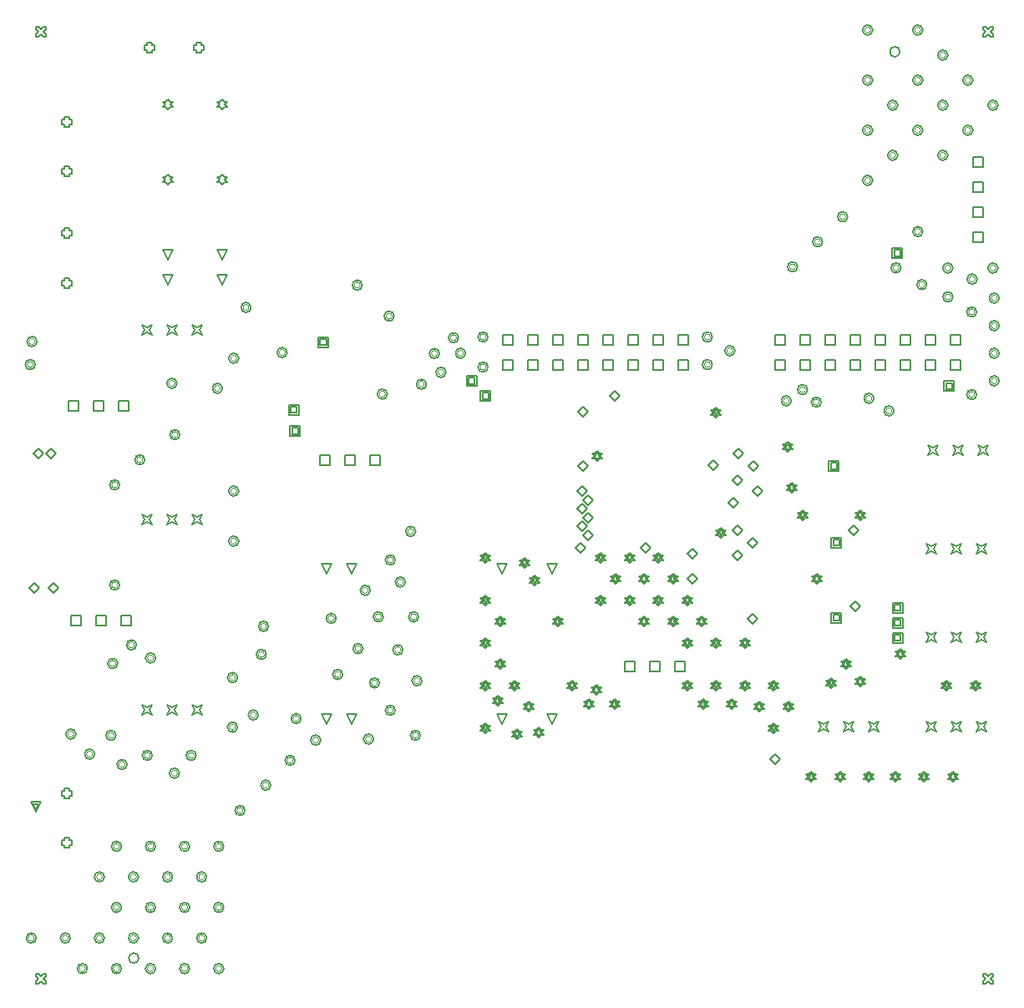
<source format=gbr>
G04 Layer_Color=2752767*
%FSLAX25Y25*%
%MOIN*%
%TF.FileFunction,Drawing*%
%TF.Part,Single*%
G01*
G75*
%TA.AperFunction,NonConductor*%
%ADD52C,0.00500*%
%ADD108C,0.00667*%
%ADD109C,0.00400*%
D52*
X38600Y206800D02*
Y210800D01*
X42600D01*
Y206800D01*
X38600D01*
X28600D02*
Y210800D01*
X32600D01*
Y206800D01*
X28600D01*
X18600D02*
Y210800D01*
X22600D01*
Y206800D01*
X18600D01*
X79979Y257300D02*
X77979Y261300D01*
X81979D01*
X79979Y257300D01*
Y267300D02*
X77979Y271300D01*
X81979D01*
X79979Y267300D01*
Y297300D02*
X80979Y298300D01*
X81979D01*
X80979Y299300D01*
X81979Y300300D01*
X80979D01*
X79979Y301300D01*
X78979Y300300D01*
X77979D01*
X78979Y299300D01*
X77979Y298300D01*
X78979D01*
X79979Y297300D01*
Y327300D02*
X80979Y328300D01*
X81979D01*
X80979Y329300D01*
X81979Y330300D01*
X80979D01*
X79979Y331300D01*
X78979Y330300D01*
X77979D01*
X78979Y329300D01*
X77979Y328300D01*
X78979D01*
X79979Y327300D01*
X58479Y257300D02*
X56479Y261300D01*
X60479D01*
X58479Y257300D01*
Y267300D02*
X56479Y271300D01*
X60479D01*
X58479Y267300D01*
Y297300D02*
X59479Y298300D01*
X60479D01*
X59479Y299300D01*
X60479Y300300D01*
X59479D01*
X58479Y301300D01*
X57479Y300300D01*
X56479D01*
X57479Y299300D01*
X56479Y298300D01*
X57479D01*
X58479Y297300D01*
Y327300D02*
X59479Y328300D01*
X60479D01*
X59479Y329300D01*
X60479Y330300D01*
X59479D01*
X58479Y331300D01*
X57479Y330300D01*
X56479D01*
X57479Y329300D01*
X56479Y328300D01*
X57479D01*
X58479Y327300D01*
X119000Y185200D02*
Y189200D01*
X123000D01*
Y185200D01*
X119000D01*
X139000D02*
Y189200D01*
X143000D01*
Y185200D01*
X139000D01*
X129000D02*
Y189200D01*
X133000D01*
Y185200D01*
X129000D01*
X19584Y121000D02*
Y125000D01*
X23584D01*
Y121000D01*
X19584D01*
X39584D02*
Y125000D01*
X43584D01*
Y121000D01*
X39584D01*
X29584D02*
Y125000D01*
X33584D01*
Y121000D01*
X29584D01*
X240600Y102800D02*
Y106800D01*
X244600D01*
Y102800D01*
X240600D01*
X260600D02*
Y106800D01*
X264600D01*
Y102800D01*
X260600D01*
X250600D02*
Y106800D01*
X254600D01*
Y102800D01*
X250600D01*
X131700Y81700D02*
X129700Y85700D01*
X133700D01*
X131700Y81700D01*
X191700D02*
X189700Y85700D01*
X193700D01*
X191700Y81700D01*
X211700D02*
X209700Y85700D01*
X213700D01*
X211700Y81700D01*
X121700D02*
X119700Y85700D01*
X123700D01*
X121700Y81700D01*
Y141700D02*
X119700Y145700D01*
X123700D01*
X121700Y141700D01*
X131700D02*
X129700Y145700D01*
X133700D01*
X131700Y141700D01*
X191700D02*
X189700Y145700D01*
X193700D01*
X191700Y141700D01*
X211700D02*
X209700Y145700D01*
X213700D01*
X211700Y141700D01*
X300600Y233300D02*
Y237300D01*
X304600D01*
Y233300D01*
X300600D01*
X330600D02*
Y237300D01*
X334600D01*
Y233300D01*
X330600D01*
X340600D02*
Y237300D01*
X344600D01*
Y233300D01*
X340600D01*
X350600D02*
Y237300D01*
X354600D01*
Y233300D01*
X350600D01*
X360600D02*
Y237300D01*
X364600D01*
Y233300D01*
X360600D01*
X370600D02*
Y237300D01*
X374600D01*
Y233300D01*
X370600D01*
X310600D02*
Y237300D01*
X314600D01*
Y233300D01*
X310600D01*
X320600D02*
Y237300D01*
X324600D01*
Y233300D01*
X320600D01*
X379600Y304300D02*
Y308300D01*
X383600D01*
Y304300D01*
X379600D01*
Y294300D02*
Y298300D01*
X383600D01*
Y294300D01*
X379600D01*
Y284300D02*
Y288300D01*
X383600D01*
Y284300D01*
X379600D01*
Y274300D02*
Y278300D01*
X383600D01*
Y274300D01*
X379600D01*
X300600Y223300D02*
Y227300D01*
X304600D01*
Y223300D01*
X300600D01*
X330600D02*
Y227300D01*
X334600D01*
Y223300D01*
X330600D01*
X340600D02*
Y227300D01*
X344600D01*
Y223300D01*
X340600D01*
X350600D02*
Y227300D01*
X354600D01*
Y223300D01*
X350600D01*
X360600D02*
Y227300D01*
X364600D01*
Y223300D01*
X360600D01*
X370600D02*
Y227300D01*
X374600D01*
Y223300D01*
X370600D01*
X310600D02*
Y227300D01*
X314600D01*
Y223300D01*
X310600D01*
X320600D02*
Y227300D01*
X324600D01*
Y223300D01*
X320600D01*
X192100D02*
Y227300D01*
X196100D01*
Y223300D01*
X192100D01*
X222100D02*
Y227300D01*
X226100D01*
Y223300D01*
X222100D01*
X232100D02*
Y227300D01*
X236100D01*
Y223300D01*
X232100D01*
X242100D02*
Y227300D01*
X246100D01*
Y223300D01*
X242100D01*
X252100D02*
Y227300D01*
X256100D01*
Y223300D01*
X252100D01*
X262100D02*
Y227300D01*
X266100D01*
Y223300D01*
X262100D01*
X202100D02*
Y227300D01*
X206100D01*
Y223300D01*
X202100D01*
X212100D02*
Y227300D01*
X216100D01*
Y223300D01*
X212100D01*
X192100Y233300D02*
Y237300D01*
X196100D01*
Y233300D01*
X192100D01*
X222100D02*
Y237300D01*
X226100D01*
Y233300D01*
X222100D01*
X232100D02*
Y237300D01*
X236100D01*
Y233300D01*
X232100D01*
X242100D02*
Y237300D01*
X246100D01*
Y233300D01*
X242100D01*
X252100D02*
Y237300D01*
X256100D01*
Y233300D01*
X252100D01*
X262100D02*
Y237300D01*
X266100D01*
Y233300D01*
X262100D01*
X202100D02*
Y237300D01*
X206100D01*
Y233300D01*
X202100D01*
X212100D02*
Y237300D01*
X216100D01*
Y233300D01*
X212100D01*
X381100Y114341D02*
X382100Y116341D01*
X381100Y118341D01*
X383100Y117341D01*
X385100Y118341D01*
X384100Y116341D01*
X385100Y114341D01*
X383100Y115341D01*
X381100Y114341D01*
X371100D02*
X372100Y116341D01*
X371100Y118341D01*
X373100Y117341D01*
X375100Y118341D01*
X374100Y116341D01*
X375100Y114341D01*
X373100Y115341D01*
X371100Y114341D01*
X361100D02*
X362100Y116341D01*
X361100Y118341D01*
X363100Y117341D01*
X365100Y118341D01*
X364100Y116341D01*
X365100Y114341D01*
X363100Y115341D01*
X361100Y114341D01*
X381100Y78800D02*
X382100Y80800D01*
X381100Y82800D01*
X383100Y81800D01*
X385100Y82800D01*
X384100Y80800D01*
X385100Y78800D01*
X383100Y79800D01*
X381100Y78800D01*
X371100D02*
X372100Y80800D01*
X371100Y82800D01*
X373100Y81800D01*
X375100Y82800D01*
X374100Y80800D01*
X375100Y78800D01*
X373100Y79800D01*
X371100Y78800D01*
X361100D02*
X362100Y80800D01*
X361100Y82800D01*
X363100Y81800D01*
X365100Y82800D01*
X364100Y80800D01*
X365100Y78800D01*
X363100Y79800D01*
X361100Y78800D01*
X338100Y78800D02*
X339100Y80800D01*
X338100Y82800D01*
X340100Y81800D01*
X342100Y82800D01*
X341100Y80800D01*
X342100Y78800D01*
X340100Y79800D01*
X338100Y78800D01*
X328100D02*
X329100Y80800D01*
X328100Y82800D01*
X330100Y81800D01*
X332100Y82800D01*
X331100Y80800D01*
X332100Y78800D01*
X330100Y79800D01*
X328100Y78800D01*
X318100D02*
X319100Y80800D01*
X318100Y82800D01*
X320100Y81800D01*
X322100Y82800D01*
X321100Y80800D01*
X322100Y78800D01*
X320100Y79800D01*
X318100Y78800D01*
X361100Y149800D02*
X362100Y151800D01*
X361100Y153800D01*
X363100Y152800D01*
X365100Y153800D01*
X364100Y151800D01*
X365100Y149800D01*
X363100Y150800D01*
X361100Y149800D01*
X371100D02*
X372100Y151800D01*
X371100Y153800D01*
X373100Y152800D01*
X375100Y153800D01*
X374100Y151800D01*
X375100Y149800D01*
X373100Y150800D01*
X371100Y149800D01*
X381100D02*
X382100Y151800D01*
X381100Y153800D01*
X383100Y152800D01*
X385100Y153800D01*
X384100Y151800D01*
X385100Y149800D01*
X383100Y150800D01*
X381100Y149800D01*
X381700Y189300D02*
X382700Y191300D01*
X381700Y193300D01*
X383700Y192300D01*
X385700Y193300D01*
X384700Y191300D01*
X385700Y189300D01*
X383700Y190300D01*
X381700Y189300D01*
X371700D02*
X372700Y191300D01*
X371700Y193300D01*
X373700Y192300D01*
X375700Y193300D01*
X374700Y191300D01*
X375700Y189300D01*
X373700Y190300D01*
X371700Y189300D01*
X361700D02*
X362700Y191300D01*
X361700Y193300D01*
X363700Y192300D01*
X365700Y193300D01*
X364700Y191300D01*
X365700Y189300D01*
X363700Y190300D01*
X361700Y189300D01*
X68100Y85400D02*
X69100Y87400D01*
X68100Y89400D01*
X70100Y88400D01*
X72100Y89400D01*
X71100Y87400D01*
X72100Y85400D01*
X70100Y86400D01*
X68100Y85400D01*
X58100D02*
X59100Y87400D01*
X58100Y89400D01*
X60100Y88400D01*
X62100Y89400D01*
X61100Y87400D01*
X62100Y85400D01*
X60100Y86400D01*
X58100Y85400D01*
X48100D02*
X49100Y87400D01*
X48100Y89400D01*
X50100Y88400D01*
X52100Y89400D01*
X51100Y87400D01*
X52100Y85400D01*
X50100Y86400D01*
X48100Y85400D01*
X68100Y161350D02*
X69100Y163350D01*
X68100Y165350D01*
X70100Y164350D01*
X72100Y165350D01*
X71100Y163350D01*
X72100Y161350D01*
X70100Y162350D01*
X68100Y161350D01*
X58100D02*
X59100Y163350D01*
X58100Y165350D01*
X60100Y164350D01*
X62100Y165350D01*
X61100Y163350D01*
X62100Y161350D01*
X60100Y162350D01*
X58100Y161350D01*
X48100D02*
X49100Y163350D01*
X48100Y165350D01*
X50100Y164350D01*
X52100Y165350D01*
X51100Y163350D01*
X52100Y161350D01*
X50100Y162350D01*
X48100Y161350D01*
X68100Y237300D02*
X69100Y239300D01*
X68100Y241300D01*
X70100Y240300D01*
X72100Y241300D01*
X71100Y239300D01*
X72100Y237300D01*
X70100Y238300D01*
X68100Y237300D01*
X58100D02*
X59100Y239300D01*
X58100Y241300D01*
X60100Y240300D01*
X62100Y241300D01*
X61100Y239300D01*
X62100Y237300D01*
X60100Y238300D01*
X58100Y237300D01*
X48100D02*
X49100Y239300D01*
X48100Y241300D01*
X50100Y240300D01*
X52100Y241300D01*
X51100Y239300D01*
X52100Y237300D01*
X50100Y238300D01*
X48100Y237300D01*
X16867Y256958D02*
Y255958D01*
X18867D01*
Y256958D01*
X19866D01*
Y258958D01*
X18867D01*
Y259958D01*
X16867D01*
Y258958D01*
X15867D01*
Y256958D01*
X16867D01*
Y276642D02*
Y275642D01*
X18867D01*
Y276642D01*
X19866D01*
Y278643D01*
X18867D01*
Y279643D01*
X16867D01*
Y278643D01*
X15867D01*
Y276642D01*
X16867D01*
Y301458D02*
Y300458D01*
X18867D01*
Y301458D01*
X19866D01*
Y303457D01*
X18867D01*
Y304457D01*
X16867D01*
Y303457D01*
X15867D01*
Y301458D01*
X16867D01*
Y321143D02*
Y320143D01*
X18867D01*
Y321143D01*
X19866D01*
Y323143D01*
X18867D01*
Y324143D01*
X16867D01*
Y323143D01*
X15867D01*
Y321143D01*
X16867D01*
X69655Y350800D02*
Y349800D01*
X71655D01*
Y350800D01*
X72655D01*
Y352800D01*
X71655D01*
Y353800D01*
X69655D01*
Y352800D01*
X68655D01*
Y350800D01*
X69655D01*
X49970D02*
Y349800D01*
X51970D01*
Y350800D01*
X52970D01*
Y352800D01*
X51970D01*
Y353800D01*
X49970D01*
Y352800D01*
X48970D01*
Y350800D01*
X49970D01*
X17100Y53242D02*
Y52242D01*
X19100D01*
Y53242D01*
X20100D01*
Y55243D01*
X19100D01*
Y56243D01*
X17100D01*
Y55243D01*
X16100D01*
Y53242D01*
X17100D01*
Y33558D02*
Y32557D01*
X19100D01*
Y33558D01*
X20100D01*
Y35557D01*
X19100D01*
Y36557D01*
X17100D01*
Y35557D01*
X16100D01*
Y33558D01*
X17100D01*
X5600Y-21700D02*
X6600D01*
X7600Y-20700D01*
X8600Y-21700D01*
X9600D01*
Y-20700D01*
X8600Y-19700D01*
X9600Y-18700D01*
Y-17700D01*
X8600D01*
X7600Y-18700D01*
X6600Y-17700D01*
X5600D01*
Y-18700D01*
X6600Y-19700D01*
X5600Y-20700D01*
Y-21700D01*
X383553D02*
X384553D01*
X385553Y-20700D01*
X386553Y-21700D01*
X387553D01*
Y-20700D01*
X386553Y-19700D01*
X387553Y-18700D01*
Y-17700D01*
X386553D01*
X385553Y-18700D01*
X384553Y-17700D01*
X383553D01*
Y-18700D01*
X384553Y-19700D01*
X383553Y-20700D01*
Y-21700D01*
Y356253D02*
X384553D01*
X385553Y357253D01*
X386553Y356253D01*
X387553D01*
Y357253D01*
X386553Y358253D01*
X387553Y359253D01*
Y360253D01*
X386553D01*
X385553Y359253D01*
X384553Y360253D01*
X383553D01*
Y359253D01*
X384553Y358253D01*
X383553Y357253D01*
Y356253D01*
X5600D02*
X6600D01*
X7600Y357253D01*
X8600Y356253D01*
X9600D01*
Y357253D01*
X8600Y358253D01*
X9600Y359253D01*
Y360253D01*
X8600D01*
X7600Y359253D01*
X6600Y360253D01*
X5600D01*
Y359253D01*
X6600Y358253D01*
X5600Y357253D01*
Y356253D01*
X10600Y136300D02*
X12600Y138300D01*
X14600Y136300D01*
X12600Y134300D01*
X10600Y136300D01*
X3100D02*
X5100Y138300D01*
X7100Y136300D01*
X5100Y134300D01*
X3100Y136300D01*
X118318Y232250D02*
Y236250D01*
X122318D01*
Y232250D01*
X118318D01*
X119118Y233050D02*
Y235450D01*
X121519D01*
Y233050D01*
X119118D01*
X347400Y267800D02*
Y271800D01*
X351400D01*
Y267800D01*
X347400D01*
X348200Y268600D02*
Y271000D01*
X350600D01*
Y268600D01*
X348200D01*
X5600Y46700D02*
X3600Y50700D01*
X7600D01*
X5600Y46700D01*
Y47500D02*
X4400Y49900D01*
X6800D01*
X5600Y47500D01*
X9600Y189800D02*
X11600Y191800D01*
X13600Y189800D01*
X11600Y187800D01*
X9600Y189800D01*
X4600D02*
X6600Y191800D01*
X8600Y189800D01*
X6600Y187800D01*
X4600Y189800D01*
X106600Y205300D02*
Y209300D01*
X110600D01*
Y205300D01*
X106600D01*
X107400Y206100D02*
Y208500D01*
X109800D01*
Y206100D01*
X107400D01*
X347600Y114300D02*
Y118300D01*
X351600D01*
Y114300D01*
X347600D01*
X348400Y115100D02*
Y117500D01*
X350800D01*
Y115100D01*
X348400D01*
X347600Y126300D02*
Y130300D01*
X351600D01*
Y126300D01*
X347600D01*
X348400Y127100D02*
Y129500D01*
X350800D01*
Y127100D01*
X348400D01*
X322100Y182800D02*
Y186800D01*
X326100D01*
Y182800D01*
X322100D01*
X322900Y183600D02*
Y186000D01*
X325300D01*
Y183600D01*
X322900D01*
X323100Y152300D02*
Y156300D01*
X327100D01*
Y152300D01*
X323100D01*
X323900Y153100D02*
Y155500D01*
X326300D01*
Y153100D01*
X323900D01*
X330100Y159300D02*
X332100Y161300D01*
X334100Y159300D01*
X332100Y157300D01*
X330100Y159300D01*
X330600Y128800D02*
X332600Y130800D01*
X334600Y128800D01*
X332600Y126800D01*
X330600Y128800D01*
X323100Y122300D02*
Y126300D01*
X327100D01*
Y122300D01*
X323100D01*
X323900Y123100D02*
Y125500D01*
X326300D01*
Y123100D01*
X323900D01*
X221600Y174800D02*
X223600Y176800D01*
X225600Y174800D01*
X223600Y172800D01*
X221600Y174800D01*
Y167800D02*
X223600Y169800D01*
X225600Y167800D01*
X223600Y165800D01*
X221600Y167800D01*
X224100Y171300D02*
X226100Y173300D01*
X228100Y171300D01*
X226100Y169300D01*
X224100Y171300D01*
Y164300D02*
X226100Y166300D01*
X228100Y164300D01*
X226100Y162300D01*
X224100Y164300D01*
X221600Y160658D02*
X223600Y162658D01*
X225600Y160658D01*
X223600Y158658D01*
X221600Y160658D01*
X224100Y157122D02*
X226100Y159122D01*
X228100Y157122D01*
X226100Y155122D01*
X224100Y157122D01*
X291600Y174800D02*
X293600Y176800D01*
X295600Y174800D01*
X293600Y172800D01*
X291600Y174800D01*
X282100Y170264D02*
X284100Y172265D01*
X286100Y170264D01*
X284100Y168264D01*
X282100Y170264D01*
X283600Y179300D02*
X285600Y181300D01*
X287600Y179300D01*
X285600Y177300D01*
X283600Y179300D01*
X284100Y189800D02*
X286100Y191800D01*
X288100Y189800D01*
X286100Y187800D01*
X284100Y189800D01*
X283600Y159300D02*
X285600Y161300D01*
X287600Y159300D01*
X285600Y157300D01*
X283600Y159300D01*
Y149300D02*
X285600Y151300D01*
X287600Y149300D01*
X285600Y147300D01*
X283600Y149300D01*
X265600Y149800D02*
X267600Y151800D01*
X269600Y149800D01*
X267600Y147800D01*
X265600Y149800D01*
Y139800D02*
X267600Y141800D01*
X269600Y139800D01*
X267600Y137800D01*
X265600Y139800D01*
X289600Y123800D02*
X291600Y125800D01*
X293600Y123800D01*
X291600Y121800D01*
X289600Y123800D01*
Y154300D02*
X291600Y156300D01*
X293600Y154300D01*
X291600Y152300D01*
X289600Y154300D01*
X290100Y184800D02*
X292100Y186800D01*
X294100Y184800D01*
X292100Y182800D01*
X290100Y184800D01*
X298600Y67800D02*
X300600Y69800D01*
X302600Y67800D01*
X300600Y65800D01*
X298600Y67800D01*
X222100Y184800D02*
X224100Y186800D01*
X226100Y184800D01*
X224100Y182800D01*
X222100Y184800D01*
X274100Y185300D02*
X276100Y187300D01*
X278100Y185300D01*
X276100Y183300D01*
X274100Y185300D01*
X247100Y152300D02*
X249100Y154300D01*
X251100Y152300D01*
X249100Y150300D01*
X247100Y152300D01*
X221100D02*
X223100Y154300D01*
X225100Y152300D01*
X223100Y150300D01*
X221100Y152300D01*
X234600Y212800D02*
X236600Y214800D01*
X238600Y212800D01*
X236600Y210800D01*
X234600Y212800D01*
X222100Y206453D02*
X224100Y208453D01*
X226100Y206453D01*
X224100Y204453D01*
X222100Y206453D01*
X177600Y216800D02*
Y220800D01*
X181600D01*
Y216800D01*
X177600D01*
X178400Y217600D02*
Y220000D01*
X180800D01*
Y217600D01*
X178400D01*
X183100Y210800D02*
Y214800D01*
X187100D01*
Y210800D01*
X183100D01*
X183900Y211600D02*
Y214000D01*
X186300D01*
Y211600D01*
X183900D01*
X107100Y196800D02*
Y200800D01*
X111100D01*
Y196800D01*
X107100D01*
X107900Y197600D02*
Y200000D01*
X110300D01*
Y197600D01*
X107900D01*
X277100Y204300D02*
X278100Y205300D01*
X279100D01*
X278100Y206300D01*
X279100Y207300D01*
X278100D01*
X277100Y208300D01*
X276100Y207300D01*
X275100D01*
X276100Y206300D01*
X275100Y205300D01*
X276100D01*
X277100Y204300D01*
Y205100D02*
X277700Y205700D01*
X278300D01*
X277700Y206300D01*
X278300Y206900D01*
X277700D01*
X277100Y207500D01*
X276500Y206900D01*
X275900D01*
X276500Y206300D01*
X275900Y205700D01*
X276500D01*
X277100Y205100D01*
X347600Y120300D02*
Y124300D01*
X351600D01*
Y120300D01*
X347600D01*
X348400Y121100D02*
Y123500D01*
X350800D01*
Y121100D01*
X348400D01*
X200600Y144300D02*
X201600Y145300D01*
X202600D01*
X201600Y146300D01*
X202600Y147300D01*
X201600D01*
X200600Y148300D01*
X199600Y147300D01*
X198600D01*
X199600Y146300D01*
X198600Y145300D01*
X199600D01*
X200600Y144300D01*
Y145100D02*
X201200Y145700D01*
X201800D01*
X201200Y146300D01*
X201800Y146900D01*
X201200D01*
X200600Y147500D01*
X200000Y146900D01*
X199400D01*
X200000Y146300D01*
X199400Y145700D01*
X200000D01*
X200600Y145100D01*
X185100Y146300D02*
X186100Y147300D01*
X187100D01*
X186100Y148300D01*
X187100Y149300D01*
X186100D01*
X185100Y150300D01*
X184100Y149300D01*
X183100D01*
X184100Y148300D01*
X183100Y147300D01*
X184100D01*
X185100Y146300D01*
Y147100D02*
X185700Y147700D01*
X186300D01*
X185700Y148300D01*
X186300Y148900D01*
X185700D01*
X185100Y149500D01*
X184500Y148900D01*
X183900D01*
X184500Y148300D01*
X183900Y147700D01*
X184500D01*
X185100Y147100D01*
X204800Y137300D02*
X205800Y138300D01*
X206800D01*
X205800Y139300D01*
X206800Y140300D01*
X205800D01*
X204800Y141300D01*
X203800Y140300D01*
X202800D01*
X203800Y139300D01*
X202800Y138300D01*
X203800D01*
X204800Y137300D01*
Y138100D02*
X205399Y138700D01*
X205999D01*
X205399Y139300D01*
X205999Y139900D01*
X205399D01*
X204800Y140500D01*
X204200Y139900D01*
X203600D01*
X204200Y139300D01*
X203600Y138700D01*
X204200D01*
X204800Y138100D01*
X265600Y112300D02*
X266600Y113300D01*
X267600D01*
X266600Y114300D01*
X267600Y115300D01*
X266600D01*
X265600Y116300D01*
X264600Y115300D01*
X263600D01*
X264600Y114300D01*
X263600Y113300D01*
X264600D01*
X265600Y112300D01*
Y113100D02*
X266200Y113700D01*
X266800D01*
X266200Y114300D01*
X266800Y114900D01*
X266200D01*
X265600Y115500D01*
X265000Y114900D01*
X264400D01*
X265000Y114300D01*
X264400Y113700D01*
X265000D01*
X265600Y113100D01*
X259850Y120800D02*
X260850Y121800D01*
X261850D01*
X260850Y122800D01*
X261850Y123800D01*
X260850D01*
X259850Y124800D01*
X258850Y123800D01*
X257850D01*
X258850Y122800D01*
X257850Y121800D01*
X258850D01*
X259850Y120800D01*
Y121600D02*
X260450Y122200D01*
X261050D01*
X260450Y122800D01*
X261050Y123400D01*
X260450D01*
X259850Y124000D01*
X259250Y123400D01*
X258650D01*
X259250Y122800D01*
X258650Y122200D01*
X259250D01*
X259850Y121600D01*
X277100Y112300D02*
X278100Y113300D01*
X279100D01*
X278100Y114300D01*
X279100Y115300D01*
X278100D01*
X277100Y116300D01*
X276100Y115300D01*
X275100D01*
X276100Y114300D01*
X275100Y113300D01*
X276100D01*
X277100Y112300D01*
Y113100D02*
X277700Y113700D01*
X278300D01*
X277700Y114300D01*
X278300Y114900D01*
X277700D01*
X277100Y115500D01*
X276500Y114900D01*
X275900D01*
X276500Y114300D01*
X275900Y113700D01*
X276500D01*
X277100Y113100D01*
X288600Y112300D02*
X289600Y113300D01*
X290600D01*
X289600Y114300D01*
X290600Y115300D01*
X289600D01*
X288600Y116300D01*
X287600Y115300D01*
X286600D01*
X287600Y114300D01*
X286600Y113300D01*
X287600D01*
X288600Y112300D01*
Y113100D02*
X289200Y113700D01*
X289800D01*
X289200Y114300D01*
X289800Y114900D01*
X289200D01*
X288600Y115500D01*
X288000Y114900D01*
X287400D01*
X288000Y114300D01*
X287400Y113700D01*
X288000D01*
X288600Y113100D01*
X248350Y120800D02*
X249350Y121800D01*
X250350D01*
X249350Y122800D01*
X250350Y123800D01*
X249350D01*
X248350Y124800D01*
X247350Y123800D01*
X246350D01*
X247350Y122800D01*
X246350Y121800D01*
X247350D01*
X248350Y120800D01*
Y121600D02*
X248950Y122200D01*
X249550D01*
X248950Y122800D01*
X249550Y123400D01*
X248950D01*
X248350Y124000D01*
X247750Y123400D01*
X247150D01*
X247750Y122800D01*
X247150Y122200D01*
X247750D01*
X248350Y121600D01*
X213850Y120800D02*
X214850Y121800D01*
X215850D01*
X214850Y122800D01*
X215850Y123800D01*
X214850D01*
X213850Y124800D01*
X212850Y123800D01*
X211850D01*
X212850Y122800D01*
X211850Y121800D01*
X212850D01*
X213850Y120800D01*
Y121600D02*
X214450Y122200D01*
X215050D01*
X214450Y122800D01*
X215050Y123400D01*
X214450D01*
X213850Y124000D01*
X213250Y123400D01*
X212650D01*
X213250Y122800D01*
X212650Y122200D01*
X213250D01*
X213850Y121600D01*
X190850Y120800D02*
X191850Y121800D01*
X192850D01*
X191850Y122800D01*
X192850Y123800D01*
X191850D01*
X190850Y124800D01*
X189850Y123800D01*
X188850D01*
X189850Y122800D01*
X188850Y121800D01*
X189850D01*
X190850Y120800D01*
Y121600D02*
X191450Y122200D01*
X192050D01*
X191450Y122800D01*
X192050Y123400D01*
X191450D01*
X190850Y124000D01*
X190250Y123400D01*
X189650D01*
X190250Y122800D01*
X189650Y122200D01*
X190250D01*
X190850Y121600D01*
X185100Y112300D02*
X186100Y113300D01*
X187100D01*
X186100Y114300D01*
X187100Y115300D01*
X186100D01*
X185100Y116300D01*
X184100Y115300D01*
X183100D01*
X184100Y114300D01*
X183100Y113300D01*
X184100D01*
X185100Y112300D01*
Y113100D02*
X185700Y113700D01*
X186300D01*
X185700Y114300D01*
X186300Y114900D01*
X185700D01*
X185100Y115500D01*
X184500Y114900D01*
X183900D01*
X184500Y114300D01*
X183900Y113700D01*
X184500D01*
X185100Y113100D01*
Y129300D02*
X186100Y130300D01*
X187100D01*
X186100Y131300D01*
X187100Y132300D01*
X186100D01*
X185100Y133300D01*
X184100Y132300D01*
X183100D01*
X184100Y131300D01*
X183100Y130300D01*
X184100D01*
X185100Y129300D01*
Y130100D02*
X185700Y130700D01*
X186300D01*
X185700Y131300D01*
X186300Y131900D01*
X185700D01*
X185100Y132500D01*
X184500Y131900D01*
X183900D01*
X184500Y131300D01*
X183900Y130700D01*
X184500D01*
X185100Y130100D01*
X231100Y129300D02*
X232100Y130300D01*
X233100D01*
X232100Y131300D01*
X233100Y132300D01*
X232100D01*
X231100Y133300D01*
X230100Y132300D01*
X229100D01*
X230100Y131300D01*
X229100Y130300D01*
X230100D01*
X231100Y129300D01*
Y130100D02*
X231700Y130700D01*
X232300D01*
X231700Y131300D01*
X232300Y131900D01*
X231700D01*
X231100Y132500D01*
X230500Y131900D01*
X229900D01*
X230500Y131300D01*
X229900Y130700D01*
X230500D01*
X231100Y130100D01*
X242600Y129300D02*
X243600Y130300D01*
X244600D01*
X243600Y131300D01*
X244600Y132300D01*
X243600D01*
X242600Y133300D01*
X241600Y132300D01*
X240600D01*
X241600Y131300D01*
X240600Y130300D01*
X241600D01*
X242600Y129300D01*
Y130100D02*
X243200Y130700D01*
X243800D01*
X243200Y131300D01*
X243800Y131900D01*
X243200D01*
X242600Y132500D01*
X242000Y131900D01*
X241400D01*
X242000Y131300D01*
X241400Y130700D01*
X242000D01*
X242600Y130100D01*
X254100Y129300D02*
X255100Y130300D01*
X256100D01*
X255100Y131300D01*
X256100Y132300D01*
X255100D01*
X254100Y133300D01*
X253100Y132300D01*
X252100D01*
X253100Y131300D01*
X252100Y130300D01*
X253100D01*
X254100Y129300D01*
Y130100D02*
X254700Y130700D01*
X255300D01*
X254700Y131300D01*
X255300Y131900D01*
X254700D01*
X254100Y132500D01*
X253500Y131900D01*
X252900D01*
X253500Y131300D01*
X252900Y130700D01*
X253500D01*
X254100Y130100D01*
X236850Y137800D02*
X237850Y138800D01*
X238850D01*
X237850Y139800D01*
X238850Y140800D01*
X237850D01*
X236850Y141800D01*
X235850Y140800D01*
X234850D01*
X235850Y139800D01*
X234850Y138800D01*
X235850D01*
X236850Y137800D01*
Y138600D02*
X237450Y139200D01*
X238050D01*
X237450Y139800D01*
X238050Y140400D01*
X237450D01*
X236850Y141000D01*
X236250Y140400D01*
X235650D01*
X236250Y139800D01*
X235650Y139200D01*
X236250D01*
X236850Y138600D01*
X248350Y137800D02*
X249350Y138800D01*
X250350D01*
X249350Y139800D01*
X250350Y140800D01*
X249350D01*
X248350Y141800D01*
X247350Y140800D01*
X246350D01*
X247350Y139800D01*
X246350Y138800D01*
X247350D01*
X248350Y137800D01*
Y138600D02*
X248950Y139200D01*
X249550D01*
X248950Y139800D01*
X249550Y140400D01*
X248950D01*
X248350Y141000D01*
X247750Y140400D01*
X247150D01*
X247750Y139800D01*
X247150Y139200D01*
X247750D01*
X248350Y138600D01*
X231100Y146300D02*
X232100Y147300D01*
X233100D01*
X232100Y148300D01*
X233100Y149300D01*
X232100D01*
X231100Y150300D01*
X230100Y149300D01*
X229100D01*
X230100Y148300D01*
X229100Y147300D01*
X230100D01*
X231100Y146300D01*
Y147100D02*
X231700Y147700D01*
X232300D01*
X231700Y148300D01*
X232300Y148900D01*
X231700D01*
X231100Y149500D01*
X230500Y148900D01*
X229900D01*
X230500Y148300D01*
X229900Y147700D01*
X230500D01*
X231100Y147100D01*
X242600Y146300D02*
X243600Y147300D01*
X244600D01*
X243600Y148300D01*
X244600Y149300D01*
X243600D01*
X242600Y150300D01*
X241600Y149300D01*
X240600D01*
X241600Y148300D01*
X240600Y147300D01*
X241600D01*
X242600Y146300D01*
Y147100D02*
X243200Y147700D01*
X243800D01*
X243200Y148300D01*
X243800Y148900D01*
X243200D01*
X242600Y149500D01*
X242000Y148900D01*
X241400D01*
X242000Y148300D01*
X241400Y147700D01*
X242000D01*
X242600Y147100D01*
X254100Y146300D02*
X255100Y147300D01*
X256100D01*
X255100Y148300D01*
X256100Y149300D01*
X255100D01*
X254100Y150300D01*
X253100Y149300D01*
X252100D01*
X253100Y148300D01*
X252100Y147300D01*
X253100D01*
X254100Y146300D01*
Y147100D02*
X254700Y147700D01*
X255300D01*
X254700Y148300D01*
X255300Y148900D01*
X254700D01*
X254100Y149500D01*
X253500Y148900D01*
X252900D01*
X253500Y148300D01*
X252900Y147700D01*
X253500D01*
X254100Y147100D01*
X271350Y120800D02*
X272350Y121800D01*
X273350D01*
X272350Y122800D01*
X273350Y123800D01*
X272350D01*
X271350Y124800D01*
X270350Y123800D01*
X269350D01*
X270350Y122800D01*
X269350Y121800D01*
X270350D01*
X271350Y120800D01*
Y121600D02*
X271950Y122200D01*
X272550D01*
X271950Y122800D01*
X272550Y123400D01*
X271950D01*
X271350Y124000D01*
X270750Y123400D01*
X270150D01*
X270750Y122800D01*
X270150Y122200D01*
X270750D01*
X271350Y121600D01*
X265600Y129300D02*
X266600Y130300D01*
X267600D01*
X266600Y131300D01*
X267600Y132300D01*
X266600D01*
X265600Y133300D01*
X264600Y132300D01*
X263600D01*
X264600Y131300D01*
X263600Y130300D01*
X264600D01*
X265600Y129300D01*
Y130100D02*
X266200Y130700D01*
X266800D01*
X266200Y131300D01*
X266800Y131900D01*
X266200D01*
X265600Y132500D01*
X265000Y131900D01*
X264400D01*
X265000Y131300D01*
X264400Y130700D01*
X265000D01*
X265600Y130100D01*
X259850Y137800D02*
X260850Y138800D01*
X261850D01*
X260850Y139800D01*
X261850Y140800D01*
X260850D01*
X259850Y141800D01*
X258850Y140800D01*
X257850D01*
X258850Y139800D01*
X257850Y138800D01*
X258850D01*
X259850Y137800D01*
Y138600D02*
X260450Y139200D01*
X261050D01*
X260450Y139800D01*
X261050Y140400D01*
X260450D01*
X259850Y141000D01*
X259250Y140400D01*
X258650D01*
X259250Y139800D01*
X258650Y139200D01*
X259250D01*
X259850Y138600D01*
X279100Y156300D02*
X280100Y157300D01*
X281100D01*
X280100Y158300D01*
X281100Y159300D01*
X280100D01*
X279100Y160300D01*
X278100Y159300D01*
X277100D01*
X278100Y158300D01*
X277100Y157300D01*
X278100D01*
X279100Y156300D01*
Y157100D02*
X279700Y157700D01*
X280300D01*
X279700Y158300D01*
X280300Y158900D01*
X279700D01*
X279100Y159500D01*
X278500Y158900D01*
X277900D01*
X278500Y158300D01*
X277900Y157700D01*
X278500D01*
X279100Y157100D01*
X229600Y186800D02*
X230600Y187800D01*
X231600D01*
X230600Y188800D01*
X231600Y189800D01*
X230600D01*
X229600Y190800D01*
X228600Y189800D01*
X227600D01*
X228600Y188800D01*
X227600Y187800D01*
X228600D01*
X229600Y186800D01*
Y187600D02*
X230200Y188200D01*
X230800D01*
X230200Y188800D01*
X230800Y189400D01*
X230200D01*
X229600Y190000D01*
X229000Y189400D01*
X228400D01*
X229000Y188800D01*
X228400Y188200D01*
X229000D01*
X229600Y187600D01*
X307419Y174198D02*
X308419Y175198D01*
X309419D01*
X308419Y176198D01*
X309419Y177198D01*
X308419D01*
X307419Y178198D01*
X306419Y177198D01*
X305419D01*
X306419Y176198D01*
X305419Y175198D01*
X306419D01*
X307419Y174198D01*
Y174998D02*
X308019Y175598D01*
X308619D01*
X308019Y176198D01*
X308619Y176798D01*
X308019D01*
X307419Y177398D01*
X306819Y176798D01*
X306219D01*
X306819Y176198D01*
X306219Y175598D01*
X306819D01*
X307419Y174998D01*
X311600Y163300D02*
X312600Y164300D01*
X313600D01*
X312600Y165300D01*
X313600Y166300D01*
X312600D01*
X311600Y167300D01*
X310600Y166300D01*
X309600D01*
X310600Y165300D01*
X309600Y164300D01*
X310600D01*
X311600Y163300D01*
Y164100D02*
X312200Y164700D01*
X312800D01*
X312200Y165300D01*
X312800Y165900D01*
X312200D01*
X311600Y166500D01*
X311000Y165900D01*
X310400D01*
X311000Y165300D01*
X310400Y164700D01*
X311000D01*
X311600Y164100D01*
X334600Y163300D02*
X335600Y164300D01*
X336600D01*
X335600Y165300D01*
X336600Y166300D01*
X335600D01*
X334600Y167300D01*
X333600Y166300D01*
X332600D01*
X333600Y165300D01*
X332600Y164300D01*
X333600D01*
X334600Y163300D01*
Y164100D02*
X335200Y164700D01*
X335800D01*
X335200Y165300D01*
X335800Y165900D01*
X335200D01*
X334600Y166500D01*
X334000Y165900D01*
X333400D01*
X334000Y165300D01*
X333400Y164700D01*
X334000D01*
X334600Y164100D01*
X317350Y137800D02*
X318350Y138800D01*
X319350D01*
X318350Y139800D01*
X319350Y140800D01*
X318350D01*
X317350Y141800D01*
X316350Y140800D01*
X315350D01*
X316350Y139800D01*
X315350Y138800D01*
X316350D01*
X317350Y137800D01*
Y138600D02*
X317950Y139200D01*
X318550D01*
X317950Y139800D01*
X318550Y140400D01*
X317950D01*
X317350Y141000D01*
X316750Y140400D01*
X316150D01*
X316750Y139800D01*
X316150Y139200D01*
X316750D01*
X317350Y138600D01*
X300100Y78300D02*
X301100Y79300D01*
X302100D01*
X301100Y80300D01*
X302100Y81300D01*
X301100D01*
X300100Y82300D01*
X299100Y81300D01*
X298100D01*
X299100Y80300D01*
X298100Y79300D01*
X299100D01*
X300100Y78300D01*
Y79100D02*
X300700Y79700D01*
X301300D01*
X300700Y80300D01*
X301300Y80900D01*
X300700D01*
X300100Y81500D01*
X299500Y80900D01*
X298900D01*
X299500Y80300D01*
X298900Y79700D01*
X299500D01*
X300100Y79100D01*
X348624Y58705D02*
X349624Y59705D01*
X350624D01*
X349624Y60705D01*
X350624Y61705D01*
X349624D01*
X348624Y62705D01*
X347624Y61705D01*
X346624D01*
X347624Y60705D01*
X346624Y59705D01*
X347624D01*
X348624Y58705D01*
Y59505D02*
X349224Y60105D01*
X349825D01*
X349224Y60705D01*
X349825Y61305D01*
X349224D01*
X348624Y61905D01*
X348025Y61305D01*
X347425D01*
X348025Y60705D01*
X347425Y60105D01*
X348025D01*
X348624Y59505D01*
X360124Y58705D02*
X361124Y59705D01*
X362124D01*
X361124Y60705D01*
X362124Y61705D01*
X361124D01*
X360124Y62705D01*
X359124Y61705D01*
X358124D01*
X359124Y60705D01*
X358124Y59705D01*
X359124D01*
X360124Y58705D01*
Y59505D02*
X360724Y60105D01*
X361325D01*
X360724Y60705D01*
X361325Y61305D01*
X360724D01*
X360124Y61905D01*
X359524Y61305D01*
X358925D01*
X359524Y60705D01*
X358925Y60105D01*
X359524D01*
X360124Y59505D01*
X380600Y95300D02*
X381600Y96300D01*
X382600D01*
X381600Y97300D01*
X382600Y98300D01*
X381600D01*
X380600Y99300D01*
X379600Y98300D01*
X378600D01*
X379600Y97300D01*
X378600Y96300D01*
X379600D01*
X380600Y95300D01*
Y96100D02*
X381200Y96700D01*
X381800D01*
X381200Y97300D01*
X381800Y97900D01*
X381200D01*
X380600Y98500D01*
X380000Y97900D01*
X379400D01*
X380000Y97300D01*
X379400Y96700D01*
X380000D01*
X380600Y96100D01*
X369100Y95300D02*
X370100Y96300D01*
X371100D01*
X370100Y97300D01*
X371100Y98300D01*
X370100D01*
X369100Y99300D01*
X368100Y98300D01*
X367100D01*
X368100Y97300D01*
X367100Y96300D01*
X368100D01*
X369100Y95300D01*
Y96100D02*
X369700Y96700D01*
X370300D01*
X369700Y97300D01*
X370300Y97900D01*
X369700D01*
X369100Y98500D01*
X368500Y97900D01*
X367900D01*
X368500Y97300D01*
X367900Y96700D01*
X368500D01*
X369100Y96100D01*
X350600Y107800D02*
X351600Y108800D01*
X352600D01*
X351600Y109800D01*
X352600Y110800D01*
X351600D01*
X350600Y111800D01*
X349600Y110800D01*
X348600D01*
X349600Y109800D01*
X348600Y108800D01*
X349600D01*
X350600Y107800D01*
Y108600D02*
X351200Y109200D01*
X351800D01*
X351200Y109800D01*
X351800Y110400D01*
X351200D01*
X350600Y111000D01*
X350000Y110400D01*
X349400D01*
X350000Y109800D01*
X349400Y109200D01*
X350000D01*
X350600Y108600D01*
X328850Y103800D02*
X329850Y104800D01*
X330850D01*
X329850Y105800D01*
X330850Y106800D01*
X329850D01*
X328850Y107800D01*
X327850Y106800D01*
X326850D01*
X327850Y105800D01*
X326850Y104800D01*
X327850D01*
X328850Y103800D01*
Y104600D02*
X329450Y105200D01*
X330050D01*
X329450Y105800D01*
X330050Y106400D01*
X329450D01*
X328850Y107000D01*
X328250Y106400D01*
X327650D01*
X328250Y105800D01*
X327650Y105200D01*
X328250D01*
X328850Y104600D01*
X334600Y96800D02*
X335600Y97800D01*
X336600D01*
X335600Y98800D01*
X336600Y99800D01*
X335600D01*
X334600Y100800D01*
X333600Y99800D01*
X332600D01*
X333600Y98800D01*
X332600Y97800D01*
X333600D01*
X334600Y96800D01*
Y97600D02*
X335200Y98200D01*
X335800D01*
X335200Y98800D01*
X335800Y99400D01*
X335200D01*
X334600Y100000D01*
X334000Y99400D01*
X333400D01*
X334000Y98800D01*
X333400Y98200D01*
X334000D01*
X334600Y97600D01*
X294350Y86800D02*
X295350Y87800D01*
X296350D01*
X295350Y88800D01*
X296350Y89800D01*
X295350D01*
X294350Y90800D01*
X293350Y89800D01*
X292350D01*
X293350Y88800D01*
X292350Y87800D01*
X293350D01*
X294350Y86800D01*
Y87600D02*
X294950Y88200D01*
X295550D01*
X294950Y88800D01*
X295550Y89400D01*
X294950D01*
X294350Y90000D01*
X293750Y89400D01*
X293150D01*
X293750Y88800D01*
X293150Y88200D01*
X293750D01*
X294350Y87600D01*
X300100Y95300D02*
X301100Y96300D01*
X302100D01*
X301100Y97300D01*
X302100Y98300D01*
X301100D01*
X300100Y99300D01*
X299100Y98300D01*
X298100D01*
X299100Y97300D01*
X298100Y96300D01*
X299100D01*
X300100Y95300D01*
Y96100D02*
X300700Y96700D01*
X301300D01*
X300700Y97300D01*
X301300Y97900D01*
X300700D01*
X300100Y98500D01*
X299500Y97900D01*
X298900D01*
X299500Y97300D01*
X298900Y96700D01*
X299500D01*
X300100Y96100D01*
X305850Y86800D02*
X306850Y87800D01*
X307850D01*
X306850Y88800D01*
X307850Y89800D01*
X306850D01*
X305850Y90800D01*
X304850Y89800D01*
X303850D01*
X304850Y88800D01*
X303850Y87800D01*
X304850D01*
X305850Y86800D01*
Y87600D02*
X306450Y88200D01*
X307050D01*
X306450Y88800D01*
X307050Y89400D01*
X306450D01*
X305850Y90000D01*
X305250Y89400D01*
X304650D01*
X305250Y88800D01*
X304650Y88200D01*
X305250D01*
X305850Y87600D01*
X323100Y96300D02*
X324100Y97300D01*
X325100D01*
X324100Y98300D01*
X325100Y99300D01*
X324100D01*
X323100Y100300D01*
X322100Y99300D01*
X321100D01*
X322100Y98300D01*
X321100Y97300D01*
X322100D01*
X323100Y96300D01*
Y97100D02*
X323700Y97700D01*
X324300D01*
X323700Y98300D01*
X324300Y98900D01*
X323700D01*
X323100Y99500D01*
X322500Y98900D01*
X321900D01*
X322500Y98300D01*
X321900Y97700D01*
X322500D01*
X323100Y97100D01*
X219600Y95300D02*
X220600Y96300D01*
X221600D01*
X220600Y97300D01*
X221600Y98300D01*
X220600D01*
X219600Y99300D01*
X218600Y98300D01*
X217600D01*
X218600Y97300D01*
X217600Y96300D01*
X218600D01*
X219600Y95300D01*
Y96100D02*
X220200Y96700D01*
X220800D01*
X220200Y97300D01*
X220800Y97900D01*
X220200D01*
X219600Y98500D01*
X219000Y97900D01*
X218400D01*
X219000Y97300D01*
X218400Y96700D01*
X219000D01*
X219600Y96100D01*
X236500Y87800D02*
X237500Y88800D01*
X238500D01*
X237500Y89800D01*
X238500Y90800D01*
X237500D01*
X236500Y91800D01*
X235500Y90800D01*
X234500D01*
X235500Y89800D01*
X234500Y88800D01*
X235500D01*
X236500Y87800D01*
Y88600D02*
X237100Y89200D01*
X237700D01*
X237100Y89800D01*
X237700Y90400D01*
X237100D01*
X236500Y91000D01*
X235900Y90400D01*
X235300D01*
X235900Y89800D01*
X235300Y89200D01*
X235900D01*
X236500Y88600D01*
X226350Y87800D02*
X227350Y88800D01*
X228350D01*
X227350Y89800D01*
X228350Y90800D01*
X227350D01*
X226350Y91800D01*
X225350Y90800D01*
X224350D01*
X225350Y89800D01*
X224350Y88800D01*
X225350D01*
X226350Y87800D01*
Y88600D02*
X226950Y89200D01*
X227550D01*
X226950Y89800D01*
X227550Y90400D01*
X226950D01*
X226350Y91000D01*
X225750Y90400D01*
X225150D01*
X225750Y89800D01*
X225150Y89200D01*
X225750D01*
X226350Y88600D01*
X202350Y86800D02*
X203350Y87800D01*
X204350D01*
X203350Y88800D01*
X204350Y89800D01*
X203350D01*
X202350Y90800D01*
X201350Y89800D01*
X200350D01*
X201350Y88800D01*
X200350Y87800D01*
X201350D01*
X202350Y86800D01*
Y87600D02*
X202950Y88200D01*
X203550D01*
X202950Y88800D01*
X203550Y89400D01*
X202950D01*
X202350Y90000D01*
X201750Y89400D01*
X201150D01*
X201750Y88800D01*
X201150Y88200D01*
X201750D01*
X202350Y87600D01*
X196600Y95300D02*
X197600Y96300D01*
X198600D01*
X197600Y97300D01*
X198600Y98300D01*
X197600D01*
X196600Y99300D01*
X195600Y98300D01*
X194600D01*
X195600Y97300D01*
X194600Y96300D01*
X195600D01*
X196600Y95300D01*
Y96100D02*
X197200Y96700D01*
X197800D01*
X197200Y97300D01*
X197800Y97900D01*
X197200D01*
X196600Y98500D01*
X196000Y97900D01*
X195400D01*
X196000Y97300D01*
X195400Y96700D01*
X196000D01*
X196600Y96100D01*
X190850Y103800D02*
X191850Y104800D01*
X192850D01*
X191850Y105800D01*
X192850Y106800D01*
X191850D01*
X190850Y107800D01*
X189850Y106800D01*
X188850D01*
X189850Y105800D01*
X188850Y104800D01*
X189850D01*
X190850Y103800D01*
Y104600D02*
X191450Y105200D01*
X192050D01*
X191450Y105800D01*
X192050Y106400D01*
X191450D01*
X190850Y107000D01*
X190250Y106400D01*
X189650D01*
X190250Y105800D01*
X189650Y105200D01*
X190250D01*
X190850Y104600D01*
X189874Y89155D02*
X190875Y90155D01*
X191875D01*
X190875Y91155D01*
X191875Y92155D01*
X190875D01*
X189874Y93155D01*
X188874Y92155D01*
X187874D01*
X188874Y91155D01*
X187874Y90155D01*
X188874D01*
X189874Y89155D01*
Y89955D02*
X190474Y90555D01*
X191075D01*
X190474Y91155D01*
X191075Y91755D01*
X190474D01*
X189874Y92355D01*
X189275Y91755D01*
X188674D01*
X189275Y91155D01*
X188674Y90555D01*
X189275D01*
X189874Y89955D01*
X185100Y95300D02*
X186100Y96300D01*
X187100D01*
X186100Y97300D01*
X187100Y98300D01*
X186100D01*
X185100Y99300D01*
X184100Y98300D01*
X183100D01*
X184100Y97300D01*
X183100Y96300D01*
X184100D01*
X185100Y95300D01*
Y96100D02*
X185700Y96700D01*
X186300D01*
X185700Y97300D01*
X186300Y97900D01*
X185700D01*
X185100Y98500D01*
X184500Y97900D01*
X183900D01*
X184500Y97300D01*
X183900Y96700D01*
X184500D01*
X185100Y96100D01*
X229298Y93498D02*
X230298Y94498D01*
X231298D01*
X230298Y95498D01*
X231298Y96498D01*
X230298D01*
X229298Y97498D01*
X228298Y96498D01*
X227298D01*
X228298Y95498D01*
X227298Y94498D01*
X228298D01*
X229298Y93498D01*
Y94298D02*
X229898Y94898D01*
X230498D01*
X229898Y95498D01*
X230498Y96098D01*
X229898D01*
X229298Y96698D01*
X228698Y96098D01*
X228098D01*
X228698Y95498D01*
X228098Y94898D01*
X228698D01*
X229298Y94298D01*
X271850Y87800D02*
X272850Y88800D01*
X273850D01*
X272850Y89800D01*
X273850Y90800D01*
X272850D01*
X271850Y91800D01*
X270850Y90800D01*
X269850D01*
X270850Y89800D01*
X269850Y88800D01*
X270850D01*
X271850Y87800D01*
Y88600D02*
X272450Y89200D01*
X273050D01*
X272450Y89800D01*
X273050Y90400D01*
X272450D01*
X271850Y91000D01*
X271250Y90400D01*
X270650D01*
X271250Y89800D01*
X270650Y89200D01*
X271250D01*
X271850Y88600D01*
X283350Y87800D02*
X284350Y88800D01*
X285350D01*
X284350Y89800D01*
X285350Y90800D01*
X284350D01*
X283350Y91800D01*
X282350Y90800D01*
X281350D01*
X282350Y89800D01*
X281350Y88800D01*
X282350D01*
X283350Y87800D01*
Y88600D02*
X283950Y89200D01*
X284550D01*
X283950Y89800D01*
X284550Y90400D01*
X283950D01*
X283350Y91000D01*
X282750Y90400D01*
X282150D01*
X282750Y89800D01*
X282150Y89200D01*
X282750D01*
X283350Y88600D01*
X265600Y95300D02*
X266600Y96300D01*
X267600D01*
X266600Y97300D01*
X267600Y98300D01*
X266600D01*
X265600Y99300D01*
X264600Y98300D01*
X263600D01*
X264600Y97300D01*
X263600Y96300D01*
X264600D01*
X265600Y95300D01*
Y96100D02*
X266200Y96700D01*
X266800D01*
X266200Y97300D01*
X266800Y97900D01*
X266200D01*
X265600Y98500D01*
X265000Y97900D01*
X264400D01*
X265000Y97300D01*
X264400Y96700D01*
X265000D01*
X265600Y96100D01*
X277100Y95300D02*
X278100Y96300D01*
X279100D01*
X278100Y97300D01*
X279100Y98300D01*
X278100D01*
X277100Y99300D01*
X276100Y98300D01*
X275100D01*
X276100Y97300D01*
X275100Y96300D01*
X276100D01*
X277100Y95300D01*
Y96100D02*
X277700Y96700D01*
X278300D01*
X277700Y97300D01*
X278300Y97900D01*
X277700D01*
X277100Y98500D01*
X276500Y97900D01*
X275900D01*
X276500Y97300D01*
X275900Y96700D01*
X276500D01*
X277100Y96100D01*
X288600Y95300D02*
X289600Y96300D01*
X290600D01*
X289600Y97300D01*
X290600Y98300D01*
X289600D01*
X288600Y99300D01*
X287600Y98300D01*
X286600D01*
X287600Y97300D01*
X286600Y96300D01*
X287600D01*
X288600Y95300D01*
Y96100D02*
X289200Y96700D01*
X289800D01*
X289200Y97300D01*
X289800Y97900D01*
X289200D01*
X288600Y98500D01*
X288000Y97900D01*
X287400D01*
X288000Y97300D01*
X287400Y96700D01*
X288000D01*
X288600Y96100D01*
X206298Y76498D02*
X207298Y77498D01*
X208298D01*
X207298Y78498D01*
X208298Y79498D01*
X207298D01*
X206298Y80498D01*
X205298Y79498D01*
X204298D01*
X205298Y78498D01*
X204298Y77498D01*
X205298D01*
X206298Y76498D01*
Y77298D02*
X206898Y77898D01*
X207498D01*
X206898Y78498D01*
X207498Y79098D01*
X206898D01*
X206298Y79698D01*
X205698Y79098D01*
X205098D01*
X205698Y78498D01*
X205098Y77898D01*
X205698D01*
X206298Y77298D01*
X185100Y78300D02*
X186100Y79300D01*
X187100D01*
X186100Y80300D01*
X187100Y81300D01*
X186100D01*
X185100Y82300D01*
X184100Y81300D01*
X183100D01*
X184100Y80300D01*
X183100Y79300D01*
X184100D01*
X185100Y78300D01*
Y79100D02*
X185700Y79700D01*
X186300D01*
X185700Y80300D01*
X186300Y80900D01*
X185700D01*
X185100Y81500D01*
X184500Y80900D01*
X183900D01*
X184500Y80300D01*
X183900Y79700D01*
X184500D01*
X185100Y79100D01*
X197575Y75945D02*
X198575Y76945D01*
X199575D01*
X198575Y77945D01*
X199575Y78945D01*
X198575D01*
X197575Y79945D01*
X196575Y78945D01*
X195575D01*
X196575Y77945D01*
X195575Y76945D01*
X196575D01*
X197575Y75945D01*
Y76745D02*
X198176Y77345D01*
X198775D01*
X198176Y77945D01*
X198775Y78545D01*
X198176D01*
X197575Y79145D01*
X196976Y78545D01*
X196376D01*
X196976Y77945D01*
X196376Y77345D01*
X196976D01*
X197575Y76745D01*
X305600Y190339D02*
X306600Y191339D01*
X307600D01*
X306600Y192339D01*
X307600Y193339D01*
X306600D01*
X305600Y194339D01*
X304600Y193339D01*
X303600D01*
X304600Y192339D01*
X303600Y191339D01*
X304600D01*
X305600Y190339D01*
Y191139D02*
X306200Y191739D01*
X306800D01*
X306200Y192339D01*
X306800Y192939D01*
X306200D01*
X305600Y193539D01*
X305000Y192939D01*
X304400D01*
X305000Y192339D01*
X304400Y191739D01*
X305000D01*
X305600Y191139D01*
X338100Y58800D02*
X339100Y59800D01*
X340100D01*
X339100Y60800D01*
X340100Y61800D01*
X339100D01*
X338100Y62800D01*
X337100Y61800D01*
X336100D01*
X337100Y60800D01*
X336100Y59800D01*
X337100D01*
X338100Y58800D01*
Y59600D02*
X338700Y60200D01*
X339300D01*
X338700Y60800D01*
X339300Y61400D01*
X338700D01*
X338100Y62000D01*
X337500Y61400D01*
X336900D01*
X337500Y60800D01*
X336900Y60200D01*
X337500D01*
X338100Y59600D01*
X326600Y58800D02*
X327600Y59800D01*
X328600D01*
X327600Y60800D01*
X328600Y61800D01*
X327600D01*
X326600Y62800D01*
X325600Y61800D01*
X324600D01*
X325600Y60800D01*
X324600Y59800D01*
X325600D01*
X326600Y58800D01*
Y59600D02*
X327200Y60200D01*
X327800D01*
X327200Y60800D01*
X327800Y61400D01*
X327200D01*
X326600Y62000D01*
X326000Y61400D01*
X325400D01*
X326000Y60800D01*
X325400Y60200D01*
X326000D01*
X326600Y59600D01*
X315100Y58800D02*
X316100Y59800D01*
X317100D01*
X316100Y60800D01*
X317100Y61800D01*
X316100D01*
X315100Y62800D01*
X314100Y61800D01*
X313100D01*
X314100Y60800D01*
X313100Y59800D01*
X314100D01*
X315100Y58800D01*
Y59600D02*
X315700Y60200D01*
X316300D01*
X315700Y60800D01*
X316300Y61400D01*
X315700D01*
X315100Y62000D01*
X314500Y61400D01*
X313900D01*
X314500Y60800D01*
X313900Y60200D01*
X314500D01*
X315100Y59600D01*
X371624Y58705D02*
X372624Y59705D01*
X373624D01*
X372624Y60705D01*
X373624Y61705D01*
X372624D01*
X371624Y62705D01*
X370624Y61705D01*
X369624D01*
X370624Y60705D01*
X369624Y59705D01*
X370624D01*
X371624Y58705D01*
Y59505D02*
X372224Y60105D01*
X372825D01*
X372224Y60705D01*
X372825Y61305D01*
X372224D01*
X371624Y61905D01*
X371024Y61305D01*
X370425D01*
X371024Y60705D01*
X370425Y60105D01*
X371024D01*
X371624Y59505D01*
X368100Y214700D02*
Y218700D01*
X372100D01*
Y214700D01*
X368100D01*
X368900Y215500D02*
Y217900D01*
X371300D01*
Y215500D01*
X368900D01*
D108*
X350453Y350153D02*
G03*
X350453Y350153I-2000J0D01*
G01*
X46700Y-11600D02*
G03*
X46700Y-11600I-2000J0D01*
G01*
X359600Y278363D02*
G03*
X359600Y278363I-2000J0D01*
G01*
X26200Y-15800D02*
G03*
X26200Y-15800I-2000J0D01*
G01*
X5800Y-3600D02*
G03*
X5800Y-3600I-2000J0D01*
G01*
X19400D02*
G03*
X19400Y-3600I-2000J0D01*
G01*
X33000D02*
G03*
X33000Y-3600I-2000J0D01*
G01*
Y20800D02*
G03*
X33000Y20800I-2000J0D01*
G01*
X39800Y-15800D02*
G03*
X39800Y-15800I-2000J0D01*
G01*
Y33000D02*
G03*
X39800Y33000I-2000J0D01*
G01*
Y8600D02*
G03*
X39800Y8600I-2000J0D01*
G01*
X67000Y-15800D02*
G03*
X67000Y-15800I-2000J0D01*
G01*
X80600D02*
G03*
X80600Y-15800I-2000J0D01*
G01*
X53400D02*
G03*
X53400Y-15800I-2000J0D01*
G01*
X60200Y-3600D02*
G03*
X60200Y-3600I-2000J0D01*
G01*
X73800D02*
G03*
X73800Y-3600I-2000J0D01*
G01*
X46600D02*
G03*
X46600Y-3600I-2000J0D01*
G01*
X67000Y8600D02*
G03*
X67000Y8600I-2000J0D01*
G01*
X80600D02*
G03*
X80600Y8600I-2000J0D01*
G01*
X53400D02*
G03*
X53400Y8600I-2000J0D01*
G01*
Y33000D02*
G03*
X53400Y33000I-2000J0D01*
G01*
X46600Y20800D02*
G03*
X46600Y20800I-2000J0D01*
G01*
X73800D02*
G03*
X73800Y20800I-2000J0D01*
G01*
X60200D02*
G03*
X60200Y20800I-2000J0D01*
G01*
X67000Y33000D02*
G03*
X67000Y33000I-2000J0D01*
G01*
X80600D02*
G03*
X80600Y33000I-2000J0D01*
G01*
X111500Y84000D02*
G03*
X111500Y84000I-2000J0D01*
G01*
X339600Y338800D02*
G03*
X339600Y338800I-2000J0D01*
G01*
X349600Y328800D02*
G03*
X349600Y328800I-2000J0D01*
G01*
X359600Y338800D02*
G03*
X359600Y338800I-2000J0D01*
G01*
X369600Y328800D02*
G03*
X369600Y328800I-2000J0D01*
G01*
Y348800D02*
G03*
X369600Y348800I-2000J0D01*
G01*
X359600Y358800D02*
G03*
X359600Y358800I-2000J0D01*
G01*
X339600D02*
G03*
X339600Y358800I-2000J0D01*
G01*
X379600Y338800D02*
G03*
X379600Y338800I-2000J0D01*
G01*
X339600Y318800D02*
G03*
X339600Y318800I-2000J0D01*
G01*
X359600D02*
G03*
X359600Y318800I-2000J0D01*
G01*
X379600D02*
G03*
X379600Y318800I-2000J0D01*
G01*
X389600Y328800D02*
G03*
X389600Y328800I-2000J0D01*
G01*
X369600Y308800D02*
G03*
X369600Y308800I-2000J0D01*
G01*
X349600D02*
G03*
X349600Y308800I-2000J0D01*
G01*
X339600Y298800D02*
G03*
X339600Y298800I-2000J0D01*
G01*
X329600Y284300D02*
G03*
X329600Y284300I-2000J0D01*
G01*
X309600Y264300D02*
G03*
X309600Y264300I-2000J0D01*
G01*
X319600Y274300D02*
G03*
X319600Y274300I-2000J0D01*
G01*
X381300Y259400D02*
G03*
X381300Y259400I-2000J0D01*
G01*
X389600Y263800D02*
G03*
X389600Y263800I-2000J0D01*
G01*
X371600D02*
G03*
X371600Y263800I-2000J0D01*
G01*
Y252300D02*
G03*
X371600Y252300I-2000J0D01*
G01*
X350900Y263900D02*
G03*
X350900Y263900I-2000J0D01*
G01*
X390100Y251800D02*
G03*
X390100Y251800I-2000J0D01*
G01*
X381100Y246300D02*
G03*
X381100Y246300I-2000J0D01*
G01*
X390100Y240800D02*
G03*
X390100Y240800I-2000J0D01*
G01*
Y229800D02*
G03*
X390100Y229800I-2000J0D01*
G01*
Y218800D02*
G03*
X390100Y218800I-2000J0D01*
G01*
X381100Y213300D02*
G03*
X381100Y213300I-2000J0D01*
G01*
X340100Y211800D02*
G03*
X340100Y211800I-2000J0D01*
G01*
X348100Y206800D02*
G03*
X348100Y206800I-2000J0D01*
G01*
X307100Y210800D02*
G03*
X307100Y210800I-2000J0D01*
G01*
X313600Y215300D02*
G03*
X313600Y215300I-2000J0D01*
G01*
X319100Y210300D02*
G03*
X319100Y210300I-2000J0D01*
G01*
X275600Y225300D02*
G03*
X275600Y225300I-2000J0D01*
G01*
Y236300D02*
G03*
X275600Y236300I-2000J0D01*
G01*
X284600Y230800D02*
G03*
X284600Y230800I-2000J0D01*
G01*
X186100Y224300D02*
G03*
X186100Y224300I-2000J0D01*
G01*
X169300Y222200D02*
G03*
X169300Y222200I-2000J0D01*
G01*
X174300Y236000D02*
G03*
X174300Y236000I-2000J0D01*
G01*
X186100Y236300D02*
G03*
X186100Y236300I-2000J0D01*
G01*
X177100Y229800D02*
G03*
X177100Y229800I-2000J0D01*
G01*
X161500Y217400D02*
G03*
X161500Y217400I-2000J0D01*
G01*
X166700Y229700D02*
G03*
X166700Y229700I-2000J0D01*
G01*
X145900Y213500D02*
G03*
X145900Y213500I-2000J0D01*
G01*
X148600Y244605D02*
G03*
X148600Y244605I-2000J0D01*
G01*
X91500Y248100D02*
G03*
X91500Y248100I-2000J0D01*
G01*
X135900Y257000D02*
G03*
X135900Y257000I-2000J0D01*
G01*
X159100Y77300D02*
G03*
X159100Y77300I-2000J0D01*
G01*
X140400Y75800D02*
G03*
X140400Y75800I-2000J0D01*
G01*
X119300Y75400D02*
G03*
X119300Y75400I-2000J0D01*
G01*
X159700Y99100D02*
G03*
X159700Y99100I-2000J0D01*
G01*
X98500Y120800D02*
G03*
X98500Y120800I-2000J0D01*
G01*
X125500Y124000D02*
G03*
X125500Y124000I-2000J0D01*
G01*
X128100Y101600D02*
G03*
X128100Y101600I-2000J0D01*
G01*
X149100Y87300D02*
G03*
X149100Y87300I-2000J0D01*
G01*
X142800Y98200D02*
G03*
X142800Y98200I-2000J0D01*
G01*
X136200Y111900D02*
G03*
X136200Y111900I-2000J0D01*
G01*
X158400Y124600D02*
G03*
X158400Y124600I-2000J0D01*
G01*
X144300D02*
G03*
X144300Y124600I-2000J0D01*
G01*
X153100Y138500D02*
G03*
X153100Y138500I-2000J0D01*
G01*
X149100Y147300D02*
G03*
X149100Y147300I-2000J0D01*
G01*
X157200Y158700D02*
G03*
X157200Y158700I-2000J0D01*
G01*
X97600Y109600D02*
G03*
X97600Y109600I-2000J0D01*
G01*
X38300Y106000D02*
G03*
X38300Y106000I-2000J0D01*
G01*
X109100Y67300D02*
G03*
X109100Y67300I-2000J0D01*
G01*
X99400Y57400D02*
G03*
X99400Y57400I-2000J0D01*
G01*
X89100Y47300D02*
G03*
X89100Y47300I-2000J0D01*
G01*
X29100Y69800D02*
G03*
X29100Y69800I-2000J0D01*
G01*
X62900Y62200D02*
G03*
X62900Y62200I-2000J0D01*
G01*
X37600Y77300D02*
G03*
X37600Y77300I-2000J0D01*
G01*
X94400Y85400D02*
G03*
X94400Y85400I-2000J0D01*
G01*
X21600Y77800D02*
G03*
X21600Y77800I-2000J0D01*
G01*
X42000Y65700D02*
G03*
X42000Y65700I-2000J0D01*
G01*
X52100Y69300D02*
G03*
X52100Y69300I-2000J0D01*
G01*
X69600D02*
G03*
X69600Y69300I-2000J0D01*
G01*
X86135Y80570D02*
G03*
X86135Y80570I-2000J0D01*
G01*
Y100353D02*
G03*
X86135Y100353I-2000J0D01*
G01*
X39100Y137300D02*
G03*
X39100Y137300I-2000J0D01*
G01*
Y177300D02*
G03*
X39100Y177300I-2000J0D01*
G01*
X49100Y187300D02*
G03*
X49100Y187300I-2000J0D01*
G01*
X63100Y197300D02*
G03*
X63100Y197300I-2000J0D01*
G01*
X5400Y225300D02*
G03*
X5400Y225300I-2000J0D01*
G01*
X61900Y217800D02*
G03*
X61900Y217800I-2000J0D01*
G01*
X6100Y234500D02*
G03*
X6100Y234500I-2000J0D01*
G01*
X105900Y230100D02*
G03*
X105900Y230100I-2000J0D01*
G01*
X86600Y227800D02*
G03*
X86600Y227800I-2000J0D01*
G01*
X80100Y215800D02*
G03*
X80100Y215800I-2000J0D01*
G01*
X45800Y113400D02*
G03*
X45800Y113400I-2000J0D01*
G01*
X53400Y108200D02*
G03*
X53400Y108200I-2000J0D01*
G01*
X139100Y135200D02*
G03*
X139100Y135200I-2000J0D01*
G01*
X152100Y111400D02*
G03*
X152100Y111400I-2000J0D01*
G01*
X86600Y154800D02*
G03*
X86600Y154800I-2000J0D01*
G01*
Y174800D02*
G03*
X86600Y174800I-2000J0D01*
G01*
X361200Y257200D02*
G03*
X361200Y257200I-2000J0D01*
G01*
D109*
X358800Y278363D02*
G03*
X358800Y278363I-1200J0D01*
G01*
X25400Y-15800D02*
G03*
X25400Y-15800I-1200J0D01*
G01*
X5000Y-3600D02*
G03*
X5000Y-3600I-1200J0D01*
G01*
X18600D02*
G03*
X18600Y-3600I-1200J0D01*
G01*
X32200D02*
G03*
X32200Y-3600I-1200J0D01*
G01*
Y20800D02*
G03*
X32200Y20800I-1200J0D01*
G01*
X39000Y-15800D02*
G03*
X39000Y-15800I-1200J0D01*
G01*
Y33000D02*
G03*
X39000Y33000I-1200J0D01*
G01*
Y8600D02*
G03*
X39000Y8600I-1200J0D01*
G01*
X66200Y-15800D02*
G03*
X66200Y-15800I-1200J0D01*
G01*
X79800D02*
G03*
X79800Y-15800I-1200J0D01*
G01*
X52600D02*
G03*
X52600Y-15800I-1200J0D01*
G01*
X59400Y-3600D02*
G03*
X59400Y-3600I-1200J0D01*
G01*
X73000D02*
G03*
X73000Y-3600I-1200J0D01*
G01*
X45800D02*
G03*
X45800Y-3600I-1200J0D01*
G01*
X66200Y8600D02*
G03*
X66200Y8600I-1200J0D01*
G01*
X79800D02*
G03*
X79800Y8600I-1200J0D01*
G01*
X52600D02*
G03*
X52600Y8600I-1200J0D01*
G01*
Y33000D02*
G03*
X52600Y33000I-1200J0D01*
G01*
X45800Y20800D02*
G03*
X45800Y20800I-1200J0D01*
G01*
X73000D02*
G03*
X73000Y20800I-1200J0D01*
G01*
X59400D02*
G03*
X59400Y20800I-1200J0D01*
G01*
X66200Y33000D02*
G03*
X66200Y33000I-1200J0D01*
G01*
X79800D02*
G03*
X79800Y33000I-1200J0D01*
G01*
X110700Y84000D02*
G03*
X110700Y84000I-1200J0D01*
G01*
X338800Y338800D02*
G03*
X338800Y338800I-1200J0D01*
G01*
X348800Y328800D02*
G03*
X348800Y328800I-1200J0D01*
G01*
X358800Y338800D02*
G03*
X358800Y338800I-1200J0D01*
G01*
X368800Y328800D02*
G03*
X368800Y328800I-1200J0D01*
G01*
Y348800D02*
G03*
X368800Y348800I-1200J0D01*
G01*
X358800Y358800D02*
G03*
X358800Y358800I-1200J0D01*
G01*
X338800D02*
G03*
X338800Y358800I-1200J0D01*
G01*
X378800Y338800D02*
G03*
X378800Y338800I-1200J0D01*
G01*
X338800Y318800D02*
G03*
X338800Y318800I-1200J0D01*
G01*
X358800D02*
G03*
X358800Y318800I-1200J0D01*
G01*
X378800D02*
G03*
X378800Y318800I-1200J0D01*
G01*
X388800Y328800D02*
G03*
X388800Y328800I-1200J0D01*
G01*
X368800Y308800D02*
G03*
X368800Y308800I-1200J0D01*
G01*
X348800D02*
G03*
X348800Y308800I-1200J0D01*
G01*
X338800Y298800D02*
G03*
X338800Y298800I-1200J0D01*
G01*
X328800Y284300D02*
G03*
X328800Y284300I-1200J0D01*
G01*
X308800Y264300D02*
G03*
X308800Y264300I-1200J0D01*
G01*
X318800Y274300D02*
G03*
X318800Y274300I-1200J0D01*
G01*
X380500Y259400D02*
G03*
X380500Y259400I-1200J0D01*
G01*
X388800Y263800D02*
G03*
X388800Y263800I-1200J0D01*
G01*
X370800D02*
G03*
X370800Y263800I-1200J0D01*
G01*
Y252300D02*
G03*
X370800Y252300I-1200J0D01*
G01*
X350100Y263900D02*
G03*
X350100Y263900I-1200J0D01*
G01*
X389300Y251800D02*
G03*
X389300Y251800I-1200J0D01*
G01*
X380300Y246300D02*
G03*
X380300Y246300I-1200J0D01*
G01*
X389300Y240800D02*
G03*
X389300Y240800I-1200J0D01*
G01*
Y229800D02*
G03*
X389300Y229800I-1200J0D01*
G01*
Y218800D02*
G03*
X389300Y218800I-1200J0D01*
G01*
X380300Y213300D02*
G03*
X380300Y213300I-1200J0D01*
G01*
X339300Y211800D02*
G03*
X339300Y211800I-1200J0D01*
G01*
X347300Y206800D02*
G03*
X347300Y206800I-1200J0D01*
G01*
X306300Y210800D02*
G03*
X306300Y210800I-1200J0D01*
G01*
X312800Y215300D02*
G03*
X312800Y215300I-1200J0D01*
G01*
X318300Y210300D02*
G03*
X318300Y210300I-1200J0D01*
G01*
X274800Y225300D02*
G03*
X274800Y225300I-1200J0D01*
G01*
Y236300D02*
G03*
X274800Y236300I-1200J0D01*
G01*
X283800Y230800D02*
G03*
X283800Y230800I-1200J0D01*
G01*
X185300Y224300D02*
G03*
X185300Y224300I-1200J0D01*
G01*
X168500Y222200D02*
G03*
X168500Y222200I-1200J0D01*
G01*
X173500Y236000D02*
G03*
X173500Y236000I-1200J0D01*
G01*
X185300Y236300D02*
G03*
X185300Y236300I-1200J0D01*
G01*
X176300Y229800D02*
G03*
X176300Y229800I-1200J0D01*
G01*
X160700Y217400D02*
G03*
X160700Y217400I-1200J0D01*
G01*
X165900Y229700D02*
G03*
X165900Y229700I-1200J0D01*
G01*
X145100Y213500D02*
G03*
X145100Y213500I-1200J0D01*
G01*
X147800Y244605D02*
G03*
X147800Y244605I-1200J0D01*
G01*
X90700Y248100D02*
G03*
X90700Y248100I-1200J0D01*
G01*
X135100Y257000D02*
G03*
X135100Y257000I-1200J0D01*
G01*
X158300Y77300D02*
G03*
X158300Y77300I-1200J0D01*
G01*
X139600Y75800D02*
G03*
X139600Y75800I-1200J0D01*
G01*
X118500Y75400D02*
G03*
X118500Y75400I-1200J0D01*
G01*
X158900Y99100D02*
G03*
X158900Y99100I-1200J0D01*
G01*
X97700Y120800D02*
G03*
X97700Y120800I-1200J0D01*
G01*
X124700Y124000D02*
G03*
X124700Y124000I-1200J0D01*
G01*
X127300Y101600D02*
G03*
X127300Y101600I-1200J0D01*
G01*
X148300Y87300D02*
G03*
X148300Y87300I-1200J0D01*
G01*
X142000Y98200D02*
G03*
X142000Y98200I-1200J0D01*
G01*
X135400Y111900D02*
G03*
X135400Y111900I-1200J0D01*
G01*
X157600Y124600D02*
G03*
X157600Y124600I-1200J0D01*
G01*
X143500D02*
G03*
X143500Y124600I-1200J0D01*
G01*
X152300Y138500D02*
G03*
X152300Y138500I-1200J0D01*
G01*
X148300Y147300D02*
G03*
X148300Y147300I-1200J0D01*
G01*
X156400Y158700D02*
G03*
X156400Y158700I-1200J0D01*
G01*
X96800Y109600D02*
G03*
X96800Y109600I-1200J0D01*
G01*
X37500Y106000D02*
G03*
X37500Y106000I-1200J0D01*
G01*
X108300Y67300D02*
G03*
X108300Y67300I-1200J0D01*
G01*
X98600Y57400D02*
G03*
X98600Y57400I-1200J0D01*
G01*
X88300Y47300D02*
G03*
X88300Y47300I-1200J0D01*
G01*
X28300Y69800D02*
G03*
X28300Y69800I-1200J0D01*
G01*
X62100Y62200D02*
G03*
X62100Y62200I-1200J0D01*
G01*
X36800Y77300D02*
G03*
X36800Y77300I-1200J0D01*
G01*
X93600Y85400D02*
G03*
X93600Y85400I-1200J0D01*
G01*
X20800Y77800D02*
G03*
X20800Y77800I-1200J0D01*
G01*
X41200Y65700D02*
G03*
X41200Y65700I-1200J0D01*
G01*
X51300Y69300D02*
G03*
X51300Y69300I-1200J0D01*
G01*
X68800D02*
G03*
X68800Y69300I-1200J0D01*
G01*
X85335Y80570D02*
G03*
X85335Y80570I-1200J0D01*
G01*
Y100353D02*
G03*
X85335Y100353I-1200J0D01*
G01*
X38300Y137300D02*
G03*
X38300Y137300I-1200J0D01*
G01*
Y177300D02*
G03*
X38300Y177300I-1200J0D01*
G01*
X48300Y187300D02*
G03*
X48300Y187300I-1200J0D01*
G01*
X62300Y197300D02*
G03*
X62300Y197300I-1200J0D01*
G01*
X4600Y225300D02*
G03*
X4600Y225300I-1200J0D01*
G01*
X61100Y217800D02*
G03*
X61100Y217800I-1200J0D01*
G01*
X5300Y234500D02*
G03*
X5300Y234500I-1200J0D01*
G01*
X105100Y230100D02*
G03*
X105100Y230100I-1200J0D01*
G01*
X85800Y227800D02*
G03*
X85800Y227800I-1200J0D01*
G01*
X79300Y215800D02*
G03*
X79300Y215800I-1200J0D01*
G01*
X45000Y113400D02*
G03*
X45000Y113400I-1200J0D01*
G01*
X52600Y108200D02*
G03*
X52600Y108200I-1200J0D01*
G01*
X138300Y135200D02*
G03*
X138300Y135200I-1200J0D01*
G01*
X151300Y111400D02*
G03*
X151300Y111400I-1200J0D01*
G01*
X85800Y154800D02*
G03*
X85800Y154800I-1200J0D01*
G01*
Y174800D02*
G03*
X85800Y174800I-1200J0D01*
G01*
X360400Y257200D02*
G03*
X360400Y257200I-1200J0D01*
G01*
%TF.MD5,f993bb578c604637cfdf21445711be38*%
M02*

</source>
